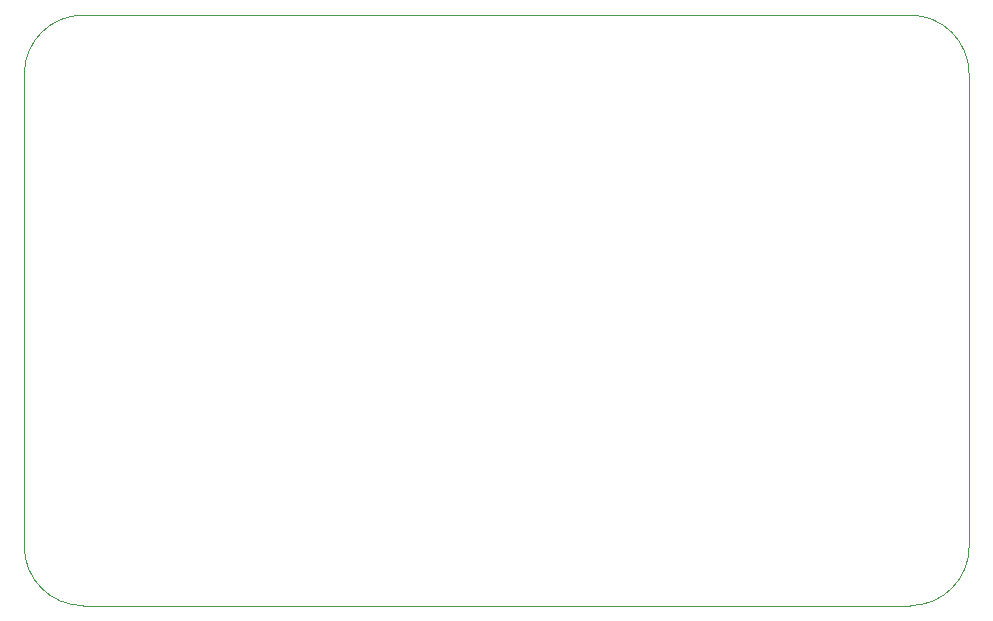
<source format=gbr>
%TF.GenerationSoftware,KiCad,Pcbnew,8.0.5*%
%TF.CreationDate,2024-10-04T16:45:10+08:00*%
%TF.ProjectId,Chao Recruit,4368616f-2052-4656-9372-7569742e6b69,rev?*%
%TF.SameCoordinates,Original*%
%TF.FileFunction,Profile,NP*%
%FSLAX46Y46*%
G04 Gerber Fmt 4.6, Leading zero omitted, Abs format (unit mm)*
G04 Created by KiCad (PCBNEW 8.0.5) date 2024-10-04 16:45:10*
%MOMM*%
%LPD*%
G01*
G04 APERTURE LIST*
%TA.AperFunction,Profile*%
%ADD10C,0.100000*%
%TD*%
G04 APERTURE END LIST*
D10*
X55000000Y-100000000D02*
G75*
G02*
X50000000Y-95000000I0J5000000D01*
G01*
X55000000Y-50000000D02*
X125000000Y-50000000D01*
X130000000Y-95000000D02*
G75*
G02*
X125000000Y-100000000I-5000000J0D01*
G01*
X50000000Y-55000000D02*
G75*
G02*
X55000000Y-50000000I5000000J0D01*
G01*
X125000000Y-100000000D02*
X55000000Y-100000000D01*
X50000000Y-95000000D02*
X50000000Y-55000000D01*
X125000000Y-50000000D02*
G75*
G02*
X130000000Y-55000000I0J-5000000D01*
G01*
X130000000Y-55000000D02*
X130000000Y-95000000D01*
M02*

</source>
